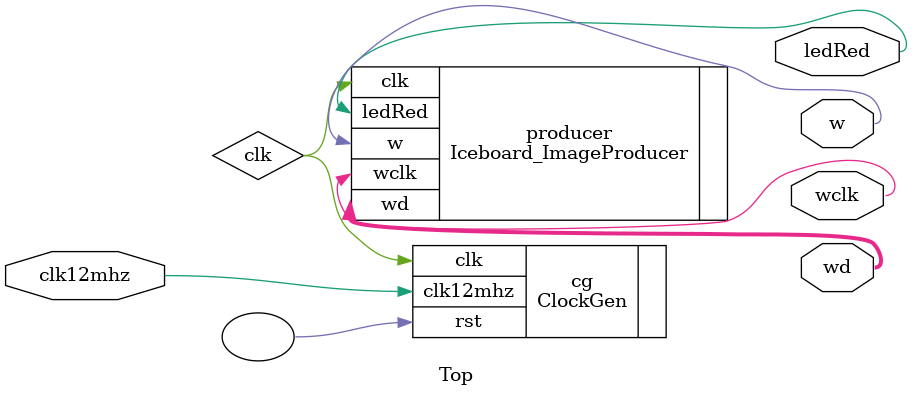
<source format=v>
`timescale 1ns/1ps
`include "../ClockGen.v"
`include "Iceboard_ImageProducer.v"

module Top(
    input wire clk12mhz,
    output wire wclk,
    output wire w,
    output wire[11:0] wd,
    output wire ledRed
);
    // 16 MHz clock
    wire clk;
    ClockGen #(
        .FREQ(16000000),
		.DIVR(0),
		.DIVF(84),
		.DIVQ(6),
		.FILTER_RANGE(1)
    ) cg(.clk12mhz(clk12mhz), .clk(clk), .rst());
    
    Iceboard_ImageProducer producer(.clk(clk), .wclk(wclk), .w(w), .wd(wd), .ledRed(ledRed));
endmodule

</source>
